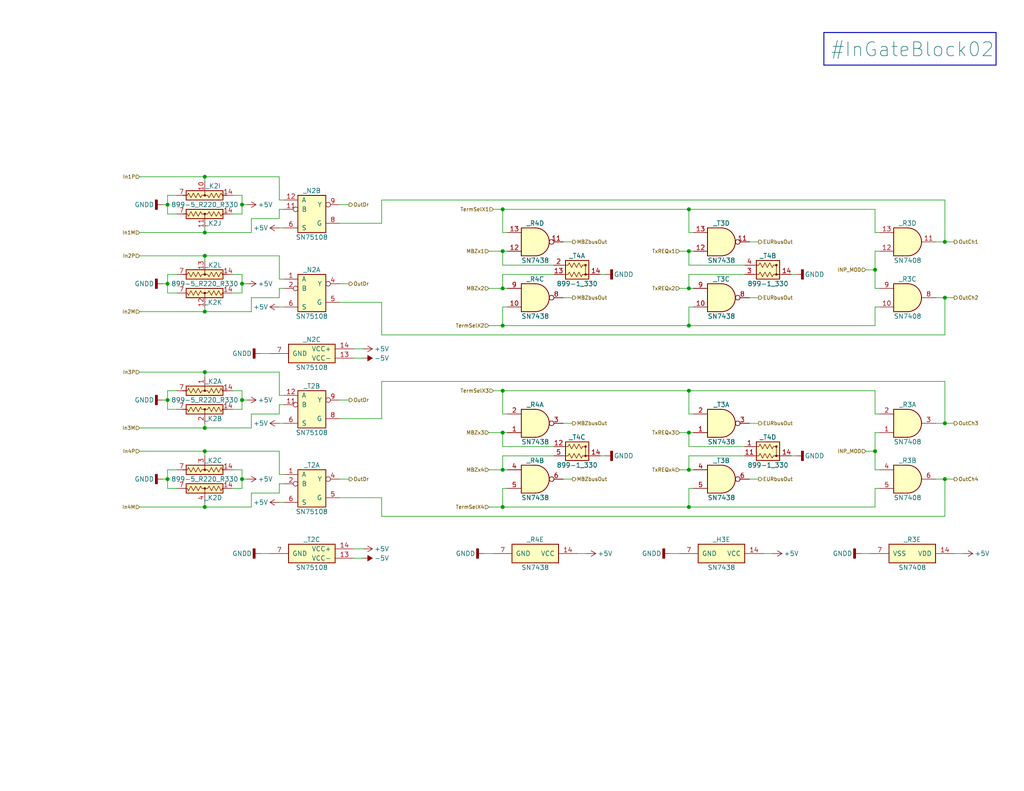
<source format=kicad_sch>
(kicad_sch (version 20230121) (generator eeschema)
  (paper "USLetter")
  (lib_symbols
    (symbol "local:899-1_330"
      (property "Reference" "RN" (at 0 3.81 0))
      (property "Value" "899-1_330" (at 0 -3.81 0))
      (symbol "899-1_330_0_1"
        (circle (center -2.286 -1.27) (radius 0.254) (fill (type outline)))
        (circle (center -2.286 1.27) (radius 0.254) (fill (type outline)))
        (polyline (pts (xy -3.81 -1.27) (xy -2.54 -1.27)))
        (polyline (pts (xy -1.524 -1.27) (xy -3.048 -1.27)))
        (polyline (pts (xy 3.81 -1.27) (xy 2.4892 -1.27)))
        (polyline (pts (xy 3.81 1.27) (xy 2.4892 1.27)))
        (polyline (pts (xy -2.286 -1.27) (xy -2.286 1.27) (xy -1.4732 1.27)))
        (polyline (pts (xy -1.4732 -1.27) (xy -1.143 -1.905) (xy -0.4826 -0.635) (xy 0.1778 -1.905) (xy 0.8382 -0.635) (xy 1.4986 -1.905) (xy 2.159 -0.635) (xy 2.4892 -1.27)))
        (polyline (pts (xy -1.4732 1.27) (xy -1.143 0.635) (xy -0.4826 1.905) (xy 0.1778 0.635) (xy 0.8382 1.905) (xy 1.4986 0.635) (xy 2.159 1.905) (xy 2.4892 1.27)))
        (rectangle (start 3.175 2.54) (end -3.175 -2.54) (stroke (width 0.254)) (fill (type background)))
        (pin passive line (at -6.35 -1.27 0) (length 2.54) (name "~") (number "14"))
      )
      (symbol "899-1_330_1_1"
        (pin passive line (at 6.35 -1.27 180) (length 2.54) (name "~") (number "13"))
        (pin passive line (at 6.35 1.27 180) (length 2.54) (name "~") (number "2"))
      )
      (symbol "899-1_330_2_1"
        (pin passive line (at 6.35 -1.27 180) (length 2.54) (name "~") (number "3"))
        (pin passive line (at 6.35 1.27 180) (length 2.54) (name "~") (number "4"))
      )
      (symbol "899-1_330_3_1"
        (pin passive line (at 6.35 1.27 180) (length 2.54) (name "~") (number "12"))
        (pin passive line (at 6.35 -1.27 180) (length 2.54) (name "~") (number "5"))
      )
      (symbol "899-1_330_4_1"
        (pin passive line (at 6.35 1.27 180) (length 2.54) (name "~") (number "1"))
        (pin passive line (at 6.35 -1.27 180) (length 2.54) (name "~") (number "11"))
      )
    )
    (symbol "local:899-5_R220_R330"
      (property "Reference" "RN" (at 2.286 2.54 0))
      (property "Value" "899-5_R220_R330" (at 0 -2.54 0))
      (symbol "899-5_R220_R330_0_1"
        (polyline (pts (xy -6.096 0) (xy -4.7752 0)))
        (polyline (pts (xy 6.096 0) (xy 4.7752 0)))
        (polyline (pts (xy -0.8128 0) (xy -1.143 -0.635) (xy -1.8034 0.635) (xy -2.4638 -0.635) (xy -3.1242 0.635) (xy -3.7846 -0.635) (xy -4.445 0.635) (xy -4.7752 0)))
        (polyline (pts (xy 0.8128 0) (xy 1.143 -0.635) (xy 1.8034 0.635) (xy 2.4638 -0.635) (xy 3.1242 0.635) (xy 3.7846 -0.635) (xy 4.445 0.635) (xy 4.7752 0)))
        (circle (center 0 0) (radius 0.254) (fill (type outline)))
        (rectangle (start 4.953 1.27) (end -5.08 -1.27) (stroke (width 0.254)) (fill (type background)))
        (pin passive line (at 7.62 0 180) (length 2.54) (name "~") (number "14"))
        (pin passive line (at -7.62 0 0) (length 2.54) (name "~") (number "7"))
      )
      (symbol "899-5_R220_R330_1_1"
        (polyline (pts (xy 0 0) (xy 0 1.27)))
        (polyline (pts (xy 0.762 0) (xy -0.762 0)))
        (pin passive line (at 0 3.81 270) (length 2.54) (name "~") (number "1"))
      )
      (symbol "899-5_R220_R330_2_1"
        (polyline (pts (xy 0 0) (xy 0 1.27)))
        (polyline (pts (xy 0.762 0) (xy -0.762 0)))
        (pin passive line (at 0 3.81 270) (length 2.54) (name "~") (number "2"))
      )
      (symbol "899-5_R220_R330_3_1"
        (polyline (pts (xy 0 0) (xy 0 1.27)))
        (polyline (pts (xy 0.762 0) (xy -0.762 0)))
        (pin passive line (at 0 3.81 270) (length 2.54) (name "~") (number "3"))
      )
      (symbol "899-5_R220_R330_4_1"
        (polyline (pts (xy 0 0) (xy 0 1.27)))
        (polyline (pts (xy 0.762 0) (xy -0.762 0)))
        (pin passive line (at 0 3.81 270) (length 2.54) (name "~") (number "4"))
      )
      (symbol "899-5_R220_R330_5_1"
        (polyline (pts (xy 0 0) (xy 0 1.27)))
        (polyline (pts (xy 0.762 0) (xy -0.762 0)))
        (pin passive line (at 0 3.81 270) (length 2.54) (name "~") (number "5"))
      )
      (symbol "899-5_R220_R330_6_1"
        (polyline (pts (xy 0 0) (xy 0 1.27)))
        (polyline (pts (xy 0.762 0) (xy -0.762 0)))
        (pin passive line (at 0 3.81 270) (length 2.54) (name "~") (number "6"))
      )
      (symbol "899-5_R220_R330_7_1"
        (polyline (pts (xy 0 0) (xy 0 1.27)))
        (polyline (pts (xy 0.762 0) (xy -0.762 0)))
        (pin passive line (at 0 3.81 270) (length 2.54) (name "~") (number "8"))
      )
      (symbol "899-5_R220_R330_8_1"
        (polyline (pts (xy 0 0) (xy 0 1.27)))
        (polyline (pts (xy 0.762 0) (xy -0.762 0)))
        (pin passive line (at 0 3.81 270) (length 2.54) (name "~") (number "9"))
      )
      (symbol "899-5_R220_R330_9_1"
        (polyline (pts (xy 0 0) (xy 0 1.27)))
        (polyline (pts (xy 0.762 0) (xy -0.762 0)))
        (pin passive line (at 0 3.81 270) (length 2.54) (name "~") (number "10"))
      )
      (symbol "899-5_R220_R330_10_1"
        (polyline (pts (xy 0 0) (xy 0 1.27)))
        (polyline (pts (xy 0.762 0) (xy -0.762 0)))
        (pin passive line (at 0 3.81 270) (length 2.54) (name "~") (number "11"))
      )
      (symbol "899-5_R220_R330_11_1"
        (polyline (pts (xy 0 0) (xy 0 1.27)))
        (polyline (pts (xy 0.762 0) (xy -0.762 0)))
        (pin passive line (at 0 3.81 270) (length 2.54) (name "~") (number "12"))
      )
      (symbol "899-5_R220_R330_12_1"
        (polyline (pts (xy 0 0) (xy 0 1.27)))
        (polyline (pts (xy 0.762 0) (xy -0.762 0)))
        (pin passive line (at 0 3.81 270) (length 2.54) (name "~") (number "13"))
      )
    )
    (symbol "local:SN7408" (pin_names (offset 1.016))
      (property "Reference" "U" (at 0 5.08 0))
      (property "Value" "SN7408" (at 0 -5.08 0))
      (symbol "SN7408_1_1"
        (arc (start 0 -3.81) (mid 3.7934 0) (end 0 3.81) (stroke (width 0.254)) (fill (type background)))
        (polyline (pts (xy 0 3.81) (xy -3.81 3.81) (xy -3.81 -3.81) (xy 0 -3.81)) (stroke (width 0.254)) (fill (type background)))
        (pin input line (at -7.62 -2.54 0) (length 3.81) (name "~") (number "1"))
        (pin input line (at -7.62 2.54 0) (length 3.81) (name "~") (number "2"))
        (pin output line (at 7.62 0 180) (length 3.81) (name "~") (number "3"))
      )
      (symbol "SN7408_2_1"
        (arc (start 0 -3.81) (mid 3.7934 0) (end 0 3.81) (stroke (width 0.254)) (fill (type background)))
        (polyline (pts (xy 0 3.81) (xy -3.81 3.81) (xy -3.81 -3.81) (xy 0 -3.81)) (stroke (width 0.254)) (fill (type background)))
        (pin input line (at -7.62 2.54 0) (length 3.81) (name "~") (number "4"))
        (pin input line (at -7.62 -2.54 0) (length 3.81) (name "~") (number "5"))
        (pin output line (at 7.62 0 180) (length 3.81) (name "~") (number "6"))
      )
      (symbol "SN7408_3_1"
        (arc (start 0 -3.81) (mid 3.7934 0) (end 0 3.81) (stroke (width 0.254)) (fill (type background)))
        (polyline (pts (xy 0 3.81) (xy -3.81 3.81) (xy -3.81 -3.81) (xy 0 -3.81)) (stroke (width 0.254)) (fill (type background)))
        (pin input line (at -7.62 -2.54 0) (length 3.81) (name "~") (number "10"))
        (pin output line (at 7.62 0 180) (length 3.81) (name "~") (number "8"))
        (pin input line (at -7.62 2.54 0) (length 3.81) (name "~") (number "9"))
      )
      (symbol "SN7408_4_1"
        (arc (start 0 -3.81) (mid 3.7934 0) (end 0 3.81) (stroke (width 0.254)) (fill (type background)))
        (polyline (pts (xy 0 3.81) (xy -3.81 3.81) (xy -3.81 -3.81) (xy 0 -3.81)) (stroke (width 0.254)) (fill (type background)))
        (pin output line (at 7.62 0 180) (length 3.81) (name "~") (number "11"))
        (pin input line (at -7.62 -2.54 0) (length 3.81) (name "~") (number "12"))
        (pin input line (at -7.62 2.54 0) (length 3.81) (name "~") (number "13"))
      )
      (symbol "SN7408_5_0"
        (pin power_in line (at 11.43 0 180) (length 5.08) (name "VDD") (number "14"))
        (pin power_in line (at -11.43 0 0) (length 5.08) (name "VSS") (number "7"))
      )
      (symbol "SN7408_5_1"
        (rectangle (start -6.35 -2.54) (end 6.35 2.54) (stroke (width 0.254)) (fill (type background)))
      )
    )
    (symbol "local:SN7438" (pin_names (offset 1.016))
      (property "Reference" "U" (at 0 5.08 0))
      (property "Value" "SN7438" (at 0 -5.08 0))
      (symbol "SN7438_1_1"
        (arc (start 0 -3.81) (mid 3.7934 0) (end 0 3.81) (stroke (width 0.254)) (fill (type background)))
        (polyline (pts (xy 0 3.81) (xy -3.81 3.81) (xy -3.81 -3.81) (xy 0 -3.81)) (stroke (width 0.254)) (fill (type background)))
        (pin input line (at -7.62 -2.54 0) (length 3.81) (name "~") (number "1"))
        (pin input line (at -7.62 2.54 0) (length 3.81) (name "~") (number "2"))
        (pin open_collector inverted (at 7.62 0 180) (length 3.81) (name "~") (number "3"))
      )
      (symbol "SN7438_2_1"
        (arc (start 0 -3.81) (mid 3.7934 0) (end 0 3.81) (stroke (width 0.254)) (fill (type background)))
        (polyline (pts (xy 0 3.81) (xy -3.81 3.81) (xy -3.81 -3.81) (xy 0 -3.81)) (stroke (width 0.254)) (fill (type background)))
        (pin input line (at -7.62 2.54 0) (length 3.81) (name "~") (number "4"))
        (pin input line (at -7.62 -2.54 0) (length 3.81) (name "~") (number "5"))
        (pin open_collector inverted (at 7.62 0 180) (length 3.81) (name "~") (number "6"))
      )
      (symbol "SN7438_3_1"
        (arc (start 0 -3.81) (mid 3.7934 0) (end 0 3.81) (stroke (width 0.254)) (fill (type background)))
        (polyline (pts (xy 0 3.81) (xy -3.81 3.81) (xy -3.81 -3.81) (xy 0 -3.81)) (stroke (width 0.254)) (fill (type background)))
        (pin input line (at -7.62 -2.54 0) (length 3.81) (name "~") (number "10"))
        (pin open_collector inverted (at 7.62 0 180) (length 3.81) (name "~") (number "8"))
        (pin input line (at -7.62 2.54 0) (length 3.81) (name "~") (number "9"))
      )
      (symbol "SN7438_4_1"
        (arc (start 0 -3.81) (mid 3.7934 0) (end 0 3.81) (stroke (width 0.254)) (fill (type background)))
        (polyline (pts (xy 0 3.81) (xy -3.81 3.81) (xy -3.81 -3.81) (xy 0 -3.81)) (stroke (width 0.254)) (fill (type background)))
        (pin open_collector inverted (at 7.62 0 180) (length 3.81) (name "~") (number "11"))
        (pin input line (at -7.62 -2.54 0) (length 3.81) (name "~") (number "12"))
        (pin input line (at -7.62 2.54 0) (length 3.81) (name "~") (number "13"))
      )
      (symbol "SN7438_5_0"
        (pin power_in line (at 11.43 0 180) (length 5.08) (name "VCC") (number "14"))
        (pin power_in line (at -11.43 0 0) (length 5.08) (name "GND") (number "7"))
      )
      (symbol "SN7438_5_1"
        (rectangle (start -6.35 -2.54) (end 6.35 2.54) (stroke (width 0.254)) (fill (type background)))
      )
    )
    (symbol "local:SN75108" (pin_names (offset 1.016))
      (property "Reference" "U" (at 0 6.35 0))
      (property "Value" "SN75108" (at 0 -6.35 0))
      (symbol "SN75108_1_1"
        (rectangle (start -3.81 5.08) (end 3.81 -5.08) (stroke (width 0.254)) (fill (type background)))
        (pin input line (at -7.62 3.81 0) (length 3.81) (name "A") (number "1"))
        (pin input inverted (at -7.62 1.27 0) (length 3.81) (name "B") (number "2"))
        (pin open_collector inverted (at 7.62 2.54 180) (length 3.81) (name "Y") (number "4"))
        (pin input line (at 7.62 -2.54 180) (length 3.81) (name "G") (number "5"))
        (pin input line (at -7.62 -3.81 0) (length 3.81) (name "S") (number "6"))
      )
      (symbol "SN75108_2_1"
        (rectangle (start -3.81 5.08) (end 3.81 -5.08) (stroke (width 0.254)) (fill (type background)))
        (pin input inverted (at -7.62 1.27 0) (length 3.81) (name "B") (number "11"))
        (pin input line (at -7.62 3.81 0) (length 3.81) (name "A") (number "12"))
        (pin input line (at -7.62 -3.81 0) (length 3.81) (name "S") (number "6"))
        (pin input line (at 7.62 -2.54 180) (length 3.81) (name "G") (number "8"))
        (pin open_collector inverted (at 7.62 2.54 180) (length 3.81) (name "Y") (number "9"))
      )
      (symbol "SN75108_3_1"
        (rectangle (start 6.35 2.54) (end -6.35 -2.54) (stroke (width 0.254)) (fill (type background)))
        (pin power_in line (at 11.43 -1.27 180) (length 5.08) (name "VCC-") (number "13"))
        (pin power_in line (at 11.43 1.27 180) (length 5.08) (name "VCC+") (number "14"))
        (pin power_in line (at -11.43 0 0) (length 5.08) (name "GND") (number "7"))
      )
    )
    (symbol "local:SheetName" (power) (pin_numbers hide) (pin_names (offset 0.254) hide)
      (property "Reference" "S" (at -1.016 0.508 0))
    )
    (symbol "power:+5V" (power) (pin_names (offset 0))
      (property "Value" "+5V" (at 0 3.556 0))
      (symbol "+5V_0_1"
        (polyline (pts (xy -0.762 1.27) (xy 0 2.54)))
        (polyline (pts (xy 0 0) (xy 0 2.54)))
        (polyline (pts (xy 0 2.54) (xy 0.762 1.27)))
      )
      (symbol "+5V_1_1"
        (pin power_in line (at 0 0 90) (length 0) hide (name "+5V") (number "1"))
      )
    )
    (symbol "power:-5V" (power) (pin_names (offset 0))
      (property "Value" "-5V" (at 0 3.81 0))
      (symbol "-5V_0_0"
        (pin power_in line (at 0 0 90) (length 0) hide (name "-5V") (number "1"))
      )
      (symbol "-5V_0_1"
        (polyline (pts (xy 0 0) (xy 0 1.27) (xy 0.762 1.27) (xy 0 2.54) (xy -0.762 1.27) (xy 0 1.27)) (fill (type outline)))
      )
    )
    (symbol "power:GNDD" (power) (pin_names (offset 0))
      (property "Value" "GNDD" (at 0 -3.175 0))
      (symbol "GNDD_0_1"
        (rectangle (start -1.27 -1.524) (end 1.27 -2.032) (stroke (width 0.254)) (fill (type outline)))
        (polyline (pts (xy 0 0) (xy 0 -1.524)))
      )
      (symbol "GNDD_1_1"
        (pin power_in line (at 0 0 270) (length 0) hide (name "GNDD") (number "1"))
      )
    )
  )
  (junction (at 137.16 78.74))
  (junction (at 55.88 138.43))
  (junction (at 45.72 109.22))
  (junction (at 55.88 101.6))
  (junction (at 137.16 118.11))
  (junction (at 137.16 68.58))
  (junction (at 187.96 68.58))
  (junction (at 238.76 73.66))
  (junction (at 55.88 48.26))
  (junction (at 187.96 118.11))
  (junction (at 137.16 128.27))
  (junction (at 66.04 77.47))
  (junction (at 45.72 55.88))
  (junction (at 257.81 81.28))
  (junction (at 238.76 123.19))
  (junction (at 187.96 88.9))
  (junction (at 257.81 115.57))
  (junction (at 45.72 130.81))
  (junction (at 257.81 130.81))
  (junction (at 66.04 109.22))
  (junction (at 55.88 63.5))
  (junction (at 187.96 106.68))
  (junction (at 45.72 77.47))
  (junction (at 66.04 130.81))
  (junction (at 187.96 78.74))
  (junction (at 257.81 66.04))
  (junction (at 55.88 123.19))
  (junction (at 137.16 88.9))
  (junction (at 66.04 55.88))
  (junction (at 137.16 106.68))
  (junction (at 137.16 57.15))
  (junction (at 137.16 138.43))
  (junction (at 187.96 128.27))
  (junction (at 55.88 69.85))
  (junction (at 55.88 85.09))
  (junction (at 187.96 57.15))
  (junction (at 187.96 138.43))
  (junction (at 55.88 116.84))
  (wire (pts (xy 157.48 151.13) (xy 160.02 151.13)))
  (wire (pts (xy 257.81 91.44) (xy 104.14 91.44)))
  (wire (pts (xy 182.88 151.13) (xy 185.42 151.13)))
  (polyline (pts (xy 271.78 17.78) (xy 271.78 8.89)) (stroke (width 0.254) (type solid)))
  (wire (pts (xy 76.2 57.15) (xy 76.2 59.69)))
  (wire (pts (xy 55.88 137.16) (xy 55.88 138.43)))
  (wire (pts (xy 185.42 118.11) (xy 187.96 118.11)))
  (wire (pts (xy 260.35 81.28) (xy 257.81 81.28)))
  (wire (pts (xy 76.2 54.61) (xy 76.2 48.26)))
  (wire (pts (xy 238.76 73.66) (xy 238.76 78.74)))
  (wire (pts (xy 76.2 59.69) (xy 68.58 59.69)))
  (wire (pts (xy 68.58 59.69) (xy 68.58 63.5)))
  (wire (pts (xy 203.2 72.39) (xy 187.96 72.39)))
  (wire (pts (xy 208.28 151.13) (xy 210.82 151.13)))
  (wire (pts (xy 48.26 128.27) (xy 45.72 128.27)))
  (wire (pts (xy 203.2 74.93) (xy 187.96 74.93)))
  (wire (pts (xy 187.96 88.9) (xy 238.76 88.9)))
  (wire (pts (xy 96.52 95.25) (xy 99.06 95.25)))
  (wire (pts (xy 76.2 110.49) (xy 76.2 113.03)))
  (wire (pts (xy 66.04 80.01) (xy 63.5 80.01)))
  (wire (pts (xy 238.76 133.35) (xy 240.03 133.35)))
  (wire (pts (xy 151.13 72.39) (xy 137.16 72.39)))
  (wire (pts (xy 96.52 149.86) (xy 99.06 149.86)))
  (wire (pts (xy 66.04 77.47) (xy 66.04 80.01)))
  (wire (pts (xy 137.16 128.27) (xy 138.43 128.27)))
  (wire (pts (xy 137.16 72.39) (xy 137.16 68.58)))
  (wire (pts (xy 238.76 138.43) (xy 238.76 133.35)))
  (wire (pts (xy 257.81 140.97) (xy 104.14 140.97)))
  (wire (pts (xy 238.76 68.58) (xy 238.76 73.66)))
  (wire (pts (xy 66.04 130.81) (xy 66.04 133.35)))
  (wire (pts (xy 76.2 107.95) (xy 76.2 101.6)))
  (wire (pts (xy 151.13 74.93) (xy 137.16 74.93)))
  (wire (pts (xy 133.35 118.11) (xy 137.16 118.11)))
  (polyline (pts (xy 271.78 8.89) (xy 224.79 8.89)))
  (wire (pts (xy 48.26 106.68) (xy 45.72 106.68)))
  (wire (pts (xy 45.72 55.88) (xy 45.72 58.42)))
  (wire (pts (xy 238.76 68.58) (xy 240.03 68.58)))
  (wire (pts (xy 238.76 88.9) (xy 238.76 83.82)))
  (wire (pts (xy 55.88 101.6) (xy 38.1 101.6)))
  (wire (pts (xy 238.76 113.03) (xy 238.76 106.68)))
  (wire (pts (xy 132.08 151.13) (xy 134.62 151.13)))
  (wire (pts (xy 255.27 115.57) (xy 257.81 115.57)))
  (wire (pts (xy 99.06 152.4) (xy 96.52 152.4)))
  (wire (pts (xy 238.76 57.15) (xy 187.96 57.15)))
  (wire (pts (xy 66.04 111.76) (xy 63.5 111.76)))
  (wire (pts (xy 137.16 106.68) (xy 134.62 106.68)))
  (wire (pts (xy 104.14 82.55) (xy 92.71 82.55)))
  (wire (pts (xy 92.71 109.22) (xy 95.25 109.22)))
  (wire (pts (xy 187.96 138.43) (xy 238.76 138.43)))
  (wire (pts (xy 66.04 128.27) (xy 66.04 130.81)))
  (wire (pts (xy 67.31 55.88) (xy 66.04 55.88)))
  (wire (pts (xy 234.95 151.13) (xy 237.49 151.13)))
  (wire (pts (xy 104.14 91.44) (xy 104.14 82.55)))
  (wire (pts (xy 137.16 113.03) (xy 137.16 106.68)))
  (wire (pts (xy 151.13 124.46) (xy 137.16 124.46)))
  (wire (pts (xy 45.72 53.34) (xy 45.72 55.88)))
  (wire (pts (xy 217.17 74.93) (xy 215.9 74.93)))
  (wire (pts (xy 257.81 54.61) (xy 104.14 54.61)))
  (wire (pts (xy 76.2 134.62) (xy 68.58 134.62)))
  (wire (pts (xy 137.16 138.43) (xy 187.96 138.43)))
  (wire (pts (xy 67.31 77.47) (xy 66.04 77.47)))
  (wire (pts (xy 76.2 76.2) (xy 76.2 69.85)))
  (wire (pts (xy 156.21 81.28) (xy 153.67 81.28)))
  (wire (pts (xy 48.26 53.34) (xy 45.72 53.34)))
  (wire (pts (xy 236.22 73.66) (xy 238.76 73.66)))
  (wire (pts (xy 255.27 81.28) (xy 257.81 81.28)))
  (wire (pts (xy 255.27 130.81) (xy 257.81 130.81)))
  (wire (pts (xy 187.96 124.46) (xy 187.96 128.27)))
  (wire (pts (xy 68.58 116.84) (xy 55.88 116.84)))
  (wire (pts (xy 45.72 130.81) (xy 45.72 133.35)))
  (polyline (pts (xy 224.79 8.89) (xy 224.79 17.78)) (stroke (width 0.254) (type solid)))
  (wire (pts (xy 55.88 123.19) (xy 38.1 123.19)))
  (wire (pts (xy 55.88 63.5) (xy 38.1 63.5)))
  (wire (pts (xy 187.96 113.03) (xy 187.96 106.68)))
  (wire (pts (xy 189.23 133.35) (xy 187.96 133.35)))
  (wire (pts (xy 45.72 128.27) (xy 45.72 130.81)))
  (wire (pts (xy 185.42 68.58) (xy 187.96 68.58)))
  (wire (pts (xy 137.16 63.5) (xy 137.16 57.15)))
  (wire (pts (xy 55.88 138.43) (xy 38.1 138.43)))
  (wire (pts (xy 55.88 116.84) (xy 38.1 116.84)))
  (wire (pts (xy 55.88 115.57) (xy 55.88 116.84)))
  (wire (pts (xy 138.43 83.82) (xy 137.16 83.82)))
  (wire (pts (xy 104.14 135.89) (xy 92.71 135.89)))
  (wire (pts (xy 189.23 63.5) (xy 187.96 63.5)))
  (wire (pts (xy 55.88 49.53) (xy 55.88 48.26)))
  (wire (pts (xy 45.72 111.76) (xy 48.26 111.76)))
  (wire (pts (xy 257.81 81.28) (xy 257.81 91.44)))
  (wire (pts (xy 66.04 58.42) (xy 63.5 58.42)))
  (wire (pts (xy 55.88 124.46) (xy 55.88 123.19)))
  (wire (pts (xy 76.2 78.74) (xy 76.2 81.28)))
  (wire (pts (xy 76.2 132.08) (xy 76.2 134.62)))
  (wire (pts (xy 189.23 113.03) (xy 187.96 113.03)))
  (wire (pts (xy 63.5 128.27) (xy 66.04 128.27)))
  (wire (pts (xy 63.5 53.34) (xy 66.04 53.34)))
  (wire (pts (xy 207.01 66.04) (xy 204.47 66.04)))
  (wire (pts (xy 137.16 121.92) (xy 137.16 118.11)))
  (wire (pts (xy 187.96 133.35) (xy 187.96 138.43)))
  (wire (pts (xy 66.04 55.88) (xy 66.04 58.42)))
  (wire (pts (xy 236.22 123.19) (xy 238.76 123.19)))
  (wire (pts (xy 187.96 57.15) (xy 137.16 57.15)))
  (wire (pts (xy 55.88 71.12) (xy 55.88 69.85)))
  (wire (pts (xy 77.47 129.54) (xy 76.2 129.54)))
  (wire (pts (xy 55.88 48.26) (xy 38.1 48.26)))
  (wire (pts (xy 138.43 133.35) (xy 137.16 133.35)))
  (wire (pts (xy 187.96 128.27) (xy 189.23 128.27)))
  (wire (pts (xy 45.72 80.01) (xy 48.26 80.01)))
  (wire (pts (xy 45.72 109.22) (xy 45.72 111.76)))
  (wire (pts (xy 45.72 77.47) (xy 45.72 80.01)))
  (polyline (pts (xy 224.79 17.78) (xy 271.78 17.78)) (stroke (width 0.254) (type solid)))
  (wire (pts (xy 257.81 104.14) (xy 104.14 104.14)))
  (wire (pts (xy 99.06 97.79) (xy 96.52 97.79)))
  (wire (pts (xy 137.16 68.58) (xy 138.43 68.58)))
  (wire (pts (xy 137.16 83.82) (xy 137.16 88.9)))
  (wire (pts (xy 165.1 74.93) (xy 163.83 74.93)))
  (wire (pts (xy 76.2 137.16) (xy 77.47 137.16)))
  (wire (pts (xy 187.96 63.5) (xy 187.96 57.15)))
  (wire (pts (xy 76.2 113.03) (xy 68.58 113.03)))
  (wire (pts (xy 77.47 110.49) (xy 76.2 110.49)))
  (wire (pts (xy 238.76 123.19) (xy 238.76 128.27)))
  (wire (pts (xy 187.96 74.93) (xy 187.96 78.74)))
  (wire (pts (xy 67.31 130.81) (xy 66.04 130.81)))
  (wire (pts (xy 207.01 130.81) (xy 204.47 130.81)))
  (wire (pts (xy 76.2 123.19) (xy 55.88 123.19)))
  (wire (pts (xy 137.16 78.74) (xy 138.43 78.74)))
  (wire (pts (xy 77.47 132.08) (xy 76.2 132.08)))
  (wire (pts (xy 104.14 114.3) (xy 92.71 114.3)))
  (wire (pts (xy 71.12 96.52) (xy 73.66 96.52)))
  (wire (pts (xy 156.21 130.81) (xy 153.67 130.81)))
  (wire (pts (xy 240.03 113.03) (xy 238.76 113.03)))
  (wire (pts (xy 104.14 54.61) (xy 104.14 60.96)))
  (wire (pts (xy 55.88 83.82) (xy 55.88 85.09)))
  (wire (pts (xy 92.71 77.47) (xy 95.25 77.47)))
  (wire (pts (xy 189.23 83.82) (xy 187.96 83.82)))
  (wire (pts (xy 63.5 106.68) (xy 66.04 106.68)))
  (wire (pts (xy 260.35 115.57) (xy 257.81 115.57)))
  (wire (pts (xy 48.26 74.93) (xy 45.72 74.93)))
  (wire (pts (xy 238.76 118.11) (xy 238.76 123.19)))
  (wire (pts (xy 207.01 81.28) (xy 204.47 81.28)))
  (wire (pts (xy 44.45 77.47) (xy 45.72 77.47)))
  (wire (pts (xy 217.17 124.46) (xy 215.9 124.46)))
  (wire (pts (xy 77.47 54.61) (xy 76.2 54.61)))
  (wire (pts (xy 187.96 106.68) (xy 137.16 106.68)))
  (wire (pts (xy 45.72 58.42) (xy 48.26 58.42)))
  (wire (pts (xy 185.42 78.74) (xy 187.96 78.74)))
  (wire (pts (xy 76.2 101.6) (xy 55.88 101.6)))
  (wire (pts (xy 133.35 68.58) (xy 137.16 68.58)))
  (wire (pts (xy 138.43 63.5) (xy 137.16 63.5)))
  (wire (pts (xy 260.35 130.81) (xy 257.81 130.81)))
  (wire (pts (xy 68.58 138.43) (xy 55.88 138.43)))
  (wire (pts (xy 77.47 76.2) (xy 76.2 76.2)))
  (wire (pts (xy 68.58 81.28) (xy 68.58 85.09)))
  (wire (pts (xy 66.04 53.34) (xy 66.04 55.88)))
  (wire (pts (xy 92.71 55.88) (xy 95.25 55.88)))
  (wire (pts (xy 238.76 106.68) (xy 187.96 106.68)))
  (wire (pts (xy 76.2 115.57) (xy 77.47 115.57)))
  (wire (pts (xy 77.47 107.95) (xy 76.2 107.95)))
  (wire (pts (xy 185.42 128.27) (xy 187.96 128.27)))
  (wire (pts (xy 137.16 118.11) (xy 138.43 118.11)))
  (wire (pts (xy 68.58 85.09) (xy 55.88 85.09)))
  (wire (pts (xy 44.45 55.88) (xy 45.72 55.88)))
  (wire (pts (xy 203.2 124.46) (xy 187.96 124.46)))
  (wire (pts (xy 238.76 63.5) (xy 238.76 57.15)))
  (wire (pts (xy 55.88 62.23) (xy 55.88 63.5)))
  (wire (pts (xy 151.13 121.92) (xy 137.16 121.92)))
  (wire (pts (xy 133.35 138.43) (xy 137.16 138.43)))
  (wire (pts (xy 55.88 69.85) (xy 38.1 69.85)))
  (wire (pts (xy 76.2 48.26) (xy 55.88 48.26)))
  (wire (pts (xy 156.21 66.04) (xy 153.67 66.04)))
  (wire (pts (xy 260.35 66.04) (xy 257.81 66.04)))
  (wire (pts (xy 76.2 81.28) (xy 68.58 81.28)))
  (wire (pts (xy 240.03 63.5) (xy 238.76 63.5)))
  (wire (pts (xy 55.88 85.09) (xy 38.1 85.09)))
  (polyline (pts (xy 271.78 8.89) (xy 224.79 8.89)) (stroke (width 0.254) (type solid)))
  (wire (pts (xy 257.81 115.57) (xy 257.81 104.14)))
  (wire (pts (xy 238.76 118.11) (xy 240.03 118.11)))
  (wire (pts (xy 104.14 104.14) (xy 104.14 114.3)))
  (wire (pts (xy 66.04 109.22) (xy 66.04 111.76)))
  (wire (pts (xy 137.16 57.15) (xy 134.62 57.15)))
  (wire (pts (xy 44.45 109.22) (xy 45.72 109.22)))
  (wire (pts (xy 240.03 78.74) (xy 238.76 78.74)))
  (wire (pts (xy 238.76 83.82) (xy 240.03 83.82)))
  (wire (pts (xy 76.2 62.23) (xy 77.47 62.23)))
  (wire (pts (xy 45.72 106.68) (xy 45.72 109.22)))
  (wire (pts (xy 187.96 118.11) (xy 189.23 118.11)))
  (wire (pts (xy 137.16 74.93) (xy 137.16 78.74)))
  (wire (pts (xy 76.2 129.54) (xy 76.2 123.19)))
  (wire (pts (xy 255.27 66.04) (xy 257.81 66.04)))
  (wire (pts (xy 68.58 134.62) (xy 68.58 138.43)))
  (wire (pts (xy 77.47 57.15) (xy 76.2 57.15)))
  (wire (pts (xy 257.81 66.04) (xy 257.81 54.61)))
  (wire (pts (xy 203.2 121.92) (xy 187.96 121.92)))
  (wire (pts (xy 133.35 78.74) (xy 137.16 78.74)))
  (wire (pts (xy 240.03 128.27) (xy 238.76 128.27)))
  (wire (pts (xy 45.72 133.35) (xy 48.26 133.35)))
  (wire (pts (xy 137.16 88.9) (xy 187.96 88.9)))
  (wire (pts (xy 67.31 109.22) (xy 66.04 109.22)))
  (wire (pts (xy 187.96 83.82) (xy 187.96 88.9)))
  (wire (pts (xy 44.45 130.81) (xy 45.72 130.81)))
  (wire (pts (xy 187.96 121.92) (xy 187.96 118.11)))
  (wire (pts (xy 133.35 88.9) (xy 137.16 88.9)))
  (wire (pts (xy 104.14 60.96) (xy 92.71 60.96)))
  (wire (pts (xy 138.43 113.03) (xy 137.16 113.03)))
  (wire (pts (xy 104.14 140.97) (xy 104.14 135.89)))
  (wire (pts (xy 55.88 102.87) (xy 55.88 101.6)))
  (wire (pts (xy 187.96 78.74) (xy 189.23 78.74)))
  (wire (pts (xy 165.1 124.46) (xy 163.83 124.46)))
  (wire (pts (xy 187.96 68.58) (xy 189.23 68.58)))
  (wire (pts (xy 137.16 133.35) (xy 137.16 138.43)))
  (wire (pts (xy 260.35 151.13) (xy 262.89 151.13)))
  (wire (pts (xy 68.58 63.5) (xy 55.88 63.5)))
  (wire (pts (xy 66.04 74.93) (xy 66.04 77.47)))
  (wire (pts (xy 207.01 115.57) (xy 204.47 115.57)))
  (wire (pts (xy 68.58 113.03) (xy 68.58 116.84)))
  (wire (pts (xy 76.2 69.85) (xy 55.88 69.85)))
  (wire (pts (xy 137.16 124.46) (xy 137.16 128.27)))
  (wire (pts (xy 156.21 115.57) (xy 153.67 115.57)))
  (wire (pts (xy 92.71 130.81) (xy 95.25 130.81)))
  (wire (pts (xy 77.47 78.74) (xy 76.2 78.74)))
  (wire (pts (xy 45.72 74.93) (xy 45.72 77.47)))
  (wire (pts (xy 66.04 133.35) (xy 63.5 133.35)))
  (wire (pts (xy 66.04 106.68) (xy 66.04 109.22)))
  (wire (pts (xy 133.35 128.27) (xy 137.16 128.27)))
  (wire (pts (xy 63.5 74.93) (xy 66.04 74.93)))
  (wire (pts (xy 71.12 151.13) (xy 73.66 151.13)))
  (wire (pts (xy 187.96 72.39) (xy 187.96 68.58)))
  (wire (pts (xy 76.2 83.82) (xy 77.47 83.82)))
  (wire (pts (xy 257.81 130.81) (xy 257.81 140.97)))
  (hierarchical_label "MBZx4" (shape input) (at 133.35 128.27 180) (effects (font (size 0.9906 0.9906))))
  (hierarchical_label "EURbusOut" (shape output) (at 207.01 115.57 0) (effects (font (size 0.9906 0.9906))))
  (hierarchical_label "In1P" (shape input) (at 38.1 48.26 180) (effects (font (size 0.9906 0.9906))))
  (hierarchical_label "MBZbusOut" (shape output) (at 156.21 130.81 0) (effects (font (size 0.9906 0.9906))))
  (hierarchical_label "EURbusOut" (shape output) (at 207.01 130.81 0) (effects (font (size 0.9906 0.9906))))
  (hierarchical_label "In4P" (shape input) (at 38.1 123.19 180) (effects (font (size 0.9906 0.9906))))
  (hierarchical_label "In3P" (shape input) (at 38.1 101.6 180) (effects (font (size 0.9906 0.9906))))
  (hierarchical_label "MBZx2" (shape input) (at 133.35 78.74 180) (effects (font (size 0.9906 0.9906))))
  (hierarchical_label "TxREQx1" (shape input) (at 185.42 68.58 180) (effects (font (size 0.9906 0.9906))))
  (hierarchical_label "INP_MOD" (shape input) (at 236.22 73.66 180) (effects (font (size 0.9906 0.9906))))
  (hierarchical_label "TxREQx3" (shape input) (at 185.42 118.11 180) (effects (font (size 0.9906 0.9906))))
  (hierarchical_label "In3M" (shape input) (at 38.1 116.84 180) (effects (font (size 0.9906 0.9906))))
  (hierarchical_label "TermSelX4" (shape input) (at 133.35 138.43 180) (effects (font (size 0.9906 0.9906))))
  (hierarchical_label "In2P" (shape input) (at 38.1 69.85 180) (effects (font (size 0.9906 0.9906))))
  (hierarchical_label "OutCh2" (shape output) (at 260.35 81.28 0) (effects (font (size 0.9906 0.9906))))
  (hierarchical_label "In1M" (shape input) (at 38.1 63.5 180) (effects (font (size 0.9906 0.9906))))
  (hierarchical_label "In4M" (shape input) (at 38.1 138.43 180) (effects (font (size 0.9906 0.9906))))
  (hierarchical_label "OutDr" (shape output) (at 95.25 109.22 0) (effects (font (size 0.9906 0.9906))))
  (hierarchical_label "OutDr" (shape output) (at 95.25 130.81 0) (effects (font (size 0.9906 0.9906))))
  (hierarchical_label "MBZbusOut" (shape output) (at 156.21 115.57 0) (effects (font (size 0.9906 0.9906))))
  (hierarchical_label "MBZbusOut" (shape output) (at 156.21 66.04 0) (effects (font (size 0.9906 0.9906))))
  (hierarchical_label "OutDr" (shape output) (at 95.25 55.88 0) (effects (font (size 0.9906 0.9906))))
  (hierarchical_label "OutDr" (shape output) (at 95.25 77.47 0) (effects (font (size 0.9906 0.9906))))
  (hierarchical_label "TxREQx4" (shape input) (at 185.42 128.27 180) (effects (font (size 0.9906 0.9906))))
  (hierarchical_label "MBZbusOut" (shape output) (at 156.21 81.28 0) (effects (font (size 0.9906 0.9906))))
  (hierarchical_label "TermSelX3" (shape input) (at 134.62 106.68 180) (effects (font (size 0.9906 0.9906))))
  (hierarchical_label "MBZx3" (shape input) (at 133.35 118.11 180) (effects (font (size 0.9906 0.9906))))
  (hierarchical_label "INP_MOD" (shape input) (at 236.22 123.19 180) (effects (font (size 0.9906 0.9906))))
  (hierarchical_label "EURbusOut" (shape output) (at 207.01 81.28 0) (effects (font (size 0.9906 0.9906))))
  (hierarchical_label "OutCh3" (shape output) (at 260.35 115.57 0) (effects (font (size 0.9906 0.9906))))
  (hierarchical_label "TermSelX1" (shape input) (at 134.62 57.15 180) (effects (font (size 0.9906 0.9906))))
  (hierarchical_label "EURbusOut" (shape output) (at 207.01 66.04 0) (effects (font (size 0.9906 0.9906))))
  (hierarchical_label "OutCh1" (shape output) (at 260.35 66.04 0) (effects (font (size 0.9906 0.9906))))
  (hierarchical_label "TermSelX2" (shape input) (at 133.35 88.9 180) (effects (font (size 0.9906 0.9906))))
  (hierarchical_label "MBZx1" (shape input) (at 133.35 68.58 180) (effects (font (size 0.9906 0.9906))))
  (hierarchical_label "In2M" (shape input) (at 38.1 85.09 180) (effects (font (size 0.9906 0.9906))))
  (hierarchical_label "OutCh4" (shape output) (at 260.35 130.81 0) (effects (font (size 0.9906 0.9906))))
  (hierarchical_label "TxREQx2" (shape input) (at 185.42 78.74 180) (effects (font (size 0.9906 0.9906))))
  (symbol (lib_id "local:SN75108") (at 85.09 80.01 0) (unit 1)
    (property "Reference" "_N2" (at 85.09 73.66 0))
    (property "Value" "SN75108" (at 85.09 86.36 0))
    (property "Footprint" "local:DIP-14_W7.62mm" (effects hide))
    (instances (project "HexPerTerminal" (path "" (reference "_N2") (unit 1)) (path "" (reference "_E2") (unit 1)) (path "" (reference "_V2") (unit 1)) (path "" (reference "_H2") (unit 1))))
  )
  (symbol (lib_id "local:SN75108") (at 85.09 58.42 0) (unit 2)
    (property "Reference" "_N2" (at 85.09 52.07 0))
    (property "Value" "SN75108" (at 85.09 64.77 0))
    (property "Footprint" "local:DIP-14_W7.62mm" (effects hide))
    (instances (project "HexPerTerminal" (path "" (reference "_N2") (unit 2)) (path "" (reference "_E2") (unit 2)) (path "" (reference "_V2") (unit 2)) (path "" (reference "_H2") (unit 2))))
  )
  (symbol (lib_id "local:SN75108") (at 85.09 96.52 0) (unit 3)
    (property "Reference" "_N2" (at 85.09 92.71 0))
    (property "Value" "SN75108" (at 85.09 100.33 0))
    (property "Footprint" "local:DIP-14_W7.62mm" (effects hide))
    (instances (project "HexPerTerminal" (path "" (reference "_N2") (unit 3)) (path "" (reference "_E2") (unit 3)) (path "" (reference "_V2") (unit 3)) (path "" (reference "_H2") (unit 3))))
  )
  (symbol (lib_id "power:GNDD") (at 71.12 96.52 270) (unit 1)
    (property "Reference" "#PWR090" (effects hide))
    (property "Value" "GNDD" (at 66.04 96.52 90))
    (instances (project "HexPerTerminal" (path "" (reference "#PWR090") (unit 1)) (path "" (reference "#PWR034") (unit 1)) (path "" (reference "#PWR0118") (unit 1)) (path "" (reference "#PWR062") (unit 1))))
  )
  (symbol (lib_id "power:+5V") (at 99.06 95.25 270) (unit 1)
    (property "Reference" "#PWR096" (effects hide))
    (property "Value" "+5V" (at 104.14 95.25 90))
    (instances (project "HexPerTerminal" (path "" (reference "#PWR096") (unit 1)) (path "" (reference "#PWR040") (unit 1)) (path "" (reference "#PWR0124") (unit 1)) (path "" (reference "#PWR068") (unit 1))))
  )
  (symbol (lib_id "power:-5V") (at 99.06 97.79 270) (unit 1)
    (property "Reference" "#PWR097" (effects hide))
    (property "Value" "-5V" (at 104.14 97.79 90))
    (instances (project "HexPerTerminal" (path "" (reference "#PWR097") (unit 1)) (path "" (reference "#PWR041") (unit 1)) (path "" (reference "#PWR0125") (unit 1)) (path "" (reference "#PWR069") (unit 1))))
  )
  (symbol (lib_id "power:+5V") (at 76.2 83.82 90) (unit 1)
    (property "Reference" "#PWR093" (effects hide))
    (property "Value" "+5V" (at 71.12 83.82 90))
    (instances (project "HexPerTerminal" (path "" (reference "#PWR093") (unit 1)) (path "" (reference "#PWR037") (unit 1)) (path "" (reference "#PWR0121") (unit 1)) (path "" (reference "#PWR065") (unit 1))))
  )
  (symbol (lib_id "power:+5V") (at 76.2 62.23 90) (unit 1)
    (property "Reference" "#PWR092" (effects hide))
    (property "Value" "+5V" (at 71.12 62.23 90))
    (instances (project "HexPerTerminal" (path "" (reference "#PWR092") (unit 1)) (path "" (reference "#PWR036") (unit 1)) (path "" (reference "#PWR0120") (unit 1)) (path "" (reference "#PWR064") (unit 1))))
  )
  (symbol (lib_id "local:899-1_330") (at 157.48 73.66 0) (mirror y) (unit 1)
    (property "Reference" "_T4" (at 157.48 69.85 0))
    (property "Value" "899-1_330" (at 157.48 77.47 0))
    (property "Footprint" "local:DIP-14_W7.62mm" (effects hide))
    (instances (project "HexPerTerminal" (path "" (reference "_T4") (unit 1)) (path "" (reference "_A3") (unit 1)) (path "" (reference "_X4") (unit 1)) (path "" (reference "_H4") (unit 1))))
  )
  (symbol (lib_id "local:899-1_330") (at 209.55 73.66 0) (mirror y) (unit 2)
    (property "Reference" "_T4" (at 209.55 69.85 0))
    (property "Value" "899-1_330" (at 209.55 77.47 0))
    (property "Footprint" "local:DIP-14_W7.62mm" (effects hide))
    (instances (project "HexPerTerminal" (path "" (reference "_T4") (unit 2)) (path "" (reference "_A3") (unit 2)) (path "" (reference "_X4") (unit 2)) (path "" (reference "_H4") (unit 2))))
  )
  (symbol (lib_id "local:899-1_330") (at 157.48 123.19 0) (mirror y) (unit 3)
    (property "Reference" "_T4" (at 157.48 119.38 0))
    (property "Value" "899-1_330" (at 157.48 127 0))
    (property "Footprint" "local:DIP-14_W7.62mm" (effects hide))
    (instances (project "HexPerTerminal" (path "" (reference "_T4") (unit 3)) (path "" (reference "_A3") (unit 3)) (path "" (reference "_X4") (unit 3)) (path "" (reference "_H4") (unit 3))))
  )
  (symbol (lib_id "local:899-1_330") (at 209.55 123.19 0) (mirror y) (unit 4)
    (property "Reference" "_T4" (at 209.55 119.38 0))
    (property "Value" "899-1_330" (at 209.55 127 0))
    (property "Footprint" "local:DIP-14_W7.62mm" (effects hide))
    (instances (project "HexPerTerminal" (path "" (reference "_T4") (unit 4)) (path "" (reference "_A3") (unit 4)) (path "" (reference "_X4") (unit 4)) (path "" (reference "_H4") (unit 4))))
  )
  (symbol (lib_id "power:GNDD") (at 165.1 74.93 90) (mirror x) (unit 1)
    (property "Reference" "#PWR0102" (effects hide))
    (property "Value" "GNDD" (at 170.18 74.93 90))
    (instances (project "HexPerTerminal" (path "" (reference "#PWR0102") (unit 1)) (path "" (reference "#PWR046") (unit 1)) (path "" (reference "#PWR0130") (unit 1)) (path "" (reference "#PWR074") (unit 1))))
  )
  (symbol (lib_id "power:GNDD") (at 217.17 74.93 90) (mirror x) (unit 1)
    (property "Reference" "#PWR0106" (effects hide))
    (property "Value" "GNDD" (at 222.25 74.93 90))
    (instances (project "HexPerTerminal" (path "" (reference "#PWR0106") (unit 1)) (path "" (reference "#PWR050") (unit 1)) (path "" (reference "#PWR0134") (unit 1)) (path "" (reference "#PWR078") (unit 1))))
  )
  (symbol (lib_id "local:SN7438") (at 146.05 66.04 0) (unit 4)
    (property "Reference" "_R4" (at 146.05 60.96 0))
    (property "Value" "SN7438" (at 146.05 71.12 0))
    (property "Footprint" "local:DIP-14_W7.62mm" (effects hide))
    (property "Datasheet" "http://www.ti.com/lit/gpn/sn74LS38" (effects hide))
    (instances (project "HexPerTerminal" (path "" (reference "_R4") (unit 4)) (path "" (reference "_C4") (unit 4)) (path "" (reference "_Z4") (unit 4)) (path "" (reference "_K3") (unit 4))))
  )
  (symbol (lib_id "local:SN7438") (at 146.05 81.28 0) (unit 3)
    (property "Reference" "_R4" (at 146.05 76.2 0))
    (property "Value" "SN7438" (at 146.05 86.36 0))
    (property "Footprint" "local:DIP-14_W7.62mm" (effects hide))
    (property "Datasheet" "http://www.ti.com/lit/gpn/sn74LS38" (effects hide))
    (instances (project "HexPerTerminal" (path "" (reference "_R4") (unit 3)) (path "" (reference "_C4") (unit 3)) (path "" (reference "_Z4") (unit 3)) (path "" (reference "_K3") (unit 3))))
  )
  (symbol (lib_id "local:SN7408") (at 247.65 115.57 0) (unit 1)
    (property "Reference" "_R3" (at 247.65 110.49 0))
    (property "Value" "SN7408" (at 247.65 120.65 0))
    (property "Footprint" "local:DIP-14_W7.62mm" (effects hide))
    (property "Datasheet" "http://www.intersil.com/content/dam/Intersil/documents/cd40/cd4073bms-81bms-82bms.pdf" (effects hide))
    (instances (project "HexPerTerminal" (path "" (reference "_R3") (unit 1)) (path "" (reference "_E4") (unit 1)) (path "" (reference "_V3") (unit 1)) (path "" (reference "_M3") (unit 1))))
  )
  (symbol (lib_id "local:SN7408") (at 247.65 130.81 0) (unit 2)
    (property "Reference" "_R3" (at 247.65 125.73 0))
    (property "Value" "SN7408" (at 247.65 135.89 0))
    (property "Footprint" "local:DIP-14_W7.62mm" (effects hide))
    (property "Datasheet" "http://www.intersil.com/content/dam/Intersil/documents/cd40/cd4073bms-81bms-82bms.pdf" (effects hide))
    (instances (project "HexPerTerminal" (path "" (reference "_R3") (unit 2)) (path "" (reference "_E4") (unit 2)) (path "" (reference "_V3") (unit 2)) (path "" (reference "_M3") (unit 2))))
  )
  (symbol (lib_id "local:SN7438") (at 146.05 115.57 0) (unit 1)
    (property "Reference" "_R4" (at 146.05 110.49 0))
    (property "Value" "SN7438" (at 146.05 120.65 0))
    (property "Footprint" "local:DIP-14_W7.62mm" (effects hide))
    (property "Datasheet" "http://www.ti.com/lit/gpn/sn74LS38" (effects hide))
    (instances (project "HexPerTerminal" (path "" (reference "_R4") (unit 1)) (path "" (reference "_C4") (unit 1)) (path "" (reference "_Z4") (unit 1)) (path "" (reference "_K3") (unit 1))))
  )
  (symbol (lib_id "local:SN7408") (at 247.65 81.28 0) (unit 3)
    (property "Reference" "_R3" (at 247.65 76.2 0))
    (property "Value" "SN7408" (at 247.65 86.36 0))
    (property "Footprint" "local:DIP-14_W7.62mm" (effects hide))
    (property "Datasheet" "http://www.intersil.com/content/dam/Intersil/documents/cd40/cd4073bms-81bms-82bms.pdf" (effects hide))
    (instances (project "HexPerTerminal" (path "" (reference "_R3") (unit 3)) (path "" (reference "_E4") (unit 3)) (path "" (reference "_V3") (unit 3)) (path "" (reference "_M3") (unit 3))))
  )
  (symbol (lib_id "local:SN7438") (at 146.05 130.81 0) (unit 2)
    (property "Reference" "_R4" (at 146.05 125.73 0))
    (property "Value" "SN7438" (at 146.05 135.89 0))
    (property "Footprint" "local:DIP-14_W7.62mm" (effects hide))
    (property "Datasheet" "http://www.ti.com/lit/gpn/sn74LS38" (effects hide))
    (instances (project "HexPerTerminal" (path "" (reference "_R4") (unit 2)) (path "" (reference "_C4") (unit 2)) (path "" (reference "_Z4") (unit 2)) (path "" (reference "_K3") (unit 2))))
  )
  (symbol (lib_id "local:SN7438") (at 146.05 151.13 0) (unit 5)
    (property "Reference" "_R4" (at 146.05 147.32 0))
    (property "Value" "SN7438" (at 146.05 154.94 0))
    (property "Footprint" "local:DIP-14_W7.62mm" (effects hide))
    (property "Datasheet" "http://www.ti.com/lit/gpn/sn74LS38" (effects hide))
    (instances (project "HexPerTerminal" (path "" (reference "_R4") (unit 5)) (path "" (reference "_C4") (unit 5)) (path "" (reference "_Z4") (unit 5)) (path "" (reference "_K3") (unit 5))))
  )
  (symbol (lib_id "local:SN7408") (at 247.65 66.04 0) (unit 4)
    (property "Reference" "_R3" (at 247.65 60.96 0))
    (property "Value" "SN7408" (at 247.65 71.12 0))
    (property "Footprint" "local:DIP-14_W7.62mm" (effects hide))
    (property "Datasheet" "http://www.intersil.com/content/dam/Intersil/documents/cd40/cd4073bms-81bms-82bms.pdf" (effects hide))
    (instances (project "HexPerTerminal" (path "" (reference "_R3") (unit 4)) (path "" (reference "_E4") (unit 4)) (path "" (reference "_V3") (unit 4)) (path "" (reference "_M3") (unit 4))))
  )
  (symbol (lib_id "local:SN7408") (at 248.92 151.13 0) (unit 5)
    (property "Reference" "_R3" (at 248.92 147.32 0))
    (property "Value" "SN7408" (at 248.92 154.94 0))
    (property "Footprint" "local:DIP-14_W7.62mm" (effects hide))
    (property "Datasheet" "http://www.intersil.com/content/dam/Intersil/documents/cd40/cd4073bms-81bms-82bms.pdf" (effects hide))
    (instances (project "HexPerTerminal" (path "" (reference "_R3") (unit 5)) (path "" (reference "_E4") (unit 5)) (path "" (reference "_V3") (unit 5)) (path "" (reference "_M3") (unit 5))))
  )
  (symbol (lib_id "local:SN7438") (at 196.85 66.04 0) (unit 4)
    (property "Reference" "_T3" (at 196.85 60.96 0))
    (property "Value" "SN7438" (at 196.85 71.12 0))
    (property "Footprint" "local:DIP-14_W7.62mm" (effects hide))
    (property "Datasheet" "http://www.ti.com/lit/gpn/sn74LS38" (effects hide))
    (instances (project "HexPerTerminal" (path "" (reference "_T3") (unit 4)) (path "" (reference "_C3") (unit 4)) (path "" (reference "_Z3") (unit 4)) (path "" (reference "_H3") (unit 4))))
  )
  (symbol (lib_id "local:SN7438") (at 196.85 81.28 0) (unit 3)
    (property "Reference" "_T3" (at 196.85 76.2 0))
    (property "Value" "SN7438" (at 196.85 86.36 0))
    (property "Footprint" "local:DIP-14_W7.62mm" (effects hide))
    (property "Datasheet" "http://www.ti.com/lit/gpn/sn74LS38" (effects hide))
    (instances (project "HexPerTerminal" (path "" (reference "_T3") (unit 3)) (path "" (reference "_C3") (unit 3)) (path "" (reference "_Z3") (unit 3)) (path "" (reference "_H3") (unit 3))))
  )
  (symbol (lib_id "local:SN7438") (at 196.85 115.57 0) (unit 1)
    (property "Reference" "_T3" (at 196.85 110.49 0))
    (property "Value" "SN7438" (at 196.85 120.65 0))
    (property "Footprint" "local:DIP-14_W7.62mm" (effects hide))
    (property "Datasheet" "http://www.ti.com/lit/gpn/sn74LS38" (effects hide))
    (instances (project "HexPerTerminal" (path "" (reference "_T3") (unit 1)) (path "" (reference "_C3") (unit 1)) (path "" (reference "_Z3") (unit 1)) (path "" (reference "_H3") (unit 1))))
  )
  (symbol (lib_id "local:SN7438") (at 196.85 130.81 0) (unit 2)
    (property "Reference" "_T3" (at 196.85 125.73 0))
    (property "Value" "SN7438" (at 196.85 135.89 0))
    (property "Footprint" "local:DIP-14_W7.62mm" (effects hide))
    (property "Datasheet" "http://www.ti.com/lit/gpn/sn74LS38" (effects hide))
    (instances (project "HexPerTerminal" (path "" (reference "_T3") (unit 2)) (path "" (reference "_C3") (unit 2)) (path "" (reference "_Z3") (unit 2)) (path "" (reference "_H3") (unit 2))))
  )
  (symbol (lib_id "local:SN7438") (at 196.85 151.13 0) (unit 5)
    (property "Reference" "_H3" (at 196.85 147.32 0))
    (property "Value" "SN7438" (at 196.85 154.94 0))
    (property "Footprint" "local:DIP-14_W7.62mm" (effects hide))
    (property "Datasheet" "http://www.ti.com/lit/gpn/sn74LS38" (effects hide))
    (instances (project "HexPerTerminal" (path "" (reference "_H3") (unit 5)) (path "" (reference "_Z3") (unit 5)) (path "" (reference "_C3") (unit 5)) (path "" (reference "_T3") (unit 5))))
  )
  (symbol (lib_id "local:SN75108") (at 85.09 133.35 0) (unit 1)
    (property "Reference" "_T2" (at 85.09 127 0))
    (property "Value" "SN75108" (at 85.09 139.7 0))
    (property "Footprint" "local:DIP-14_W7.62mm" (effects hide))
    (instances (project "HexPerTerminal" (path "" (reference "_T2") (unit 1)) (path "" (reference "_A2") (unit 1)) (path "" (reference "_Z2") (unit 1)) (path "" (reference "_M2") (unit 1))))
  )
  (symbol (lib_id "local:SN75108") (at 85.09 111.76 0) (unit 2)
    (property "Reference" "_T2" (at 85.09 105.41 0))
    (property "Value" "SN75108" (at 85.09 118.11 0))
    (property "Footprint" "local:DIP-14_W7.62mm" (effects hide))
    (instances (project "HexPerTerminal" (path "" (reference "_T2") (unit 2)) (path "" (reference "_A2") (unit 2)) (path "" (reference "_Z2") (unit 2)) (path "" (reference "_M2") (unit 2))))
  )
  (symbol (lib_id "local:SN75108") (at 85.09 151.13 0) (unit 3)
    (property "Reference" "_T2" (at 85.09 147.32 0))
    (property "Value" "SN75108" (at 85.09 154.94 0))
    (property "Footprint" "local:DIP-14_W7.62mm" (effects hide))
    (instances (project "HexPerTerminal" (path "" (reference "_T2") (unit 3)) (path "" (reference "_A2") (unit 3)) (path "" (reference "_Z2") (unit 3)) (path "" (reference "_M2") (unit 3))))
  )
  (symbol (lib_id "power:GNDD") (at 71.12 151.13 270) (unit 1)
    (property "Reference" "#PWR091" (effects hide))
    (property "Value" "GNDD" (at 66.04 151.13 90))
    (instances (project "HexPerTerminal" (path "" (reference "#PWR091") (unit 1)) (path "" (reference "#PWR035") (unit 1)) (path "" (reference "#PWR0119") (unit 1)) (path "" (reference "#PWR063") (unit 1))))
  )
  (symbol (lib_id "power:+5V") (at 99.06 149.86 270) (unit 1)
    (property "Reference" "#PWR098" (effects hide))
    (property "Value" "+5V" (at 104.14 149.86 90))
    (instances (project "HexPerTerminal" (path "" (reference "#PWR098") (unit 1)) (path "" (reference "#PWR042") (unit 1)) (path "" (reference "#PWR0126") (unit 1)) (path "" (reference "#PWR070") (unit 1))))
  )
  (symbol (lib_id "power:-5V") (at 99.06 152.4 270) (unit 1)
    (property "Reference" "#PWR099" (effects hide))
    (property "Value" "-5V" (at 104.14 152.4 90))
    (instances (project "HexPerTerminal" (path "" (reference "#PWR099") (unit 1)) (path "" (reference "#PWR043") (unit 1)) (path "" (reference "#PWR0127") (unit 1)) (path "" (reference "#PWR071") (unit 1))))
  )
  (symbol (lib_id "power:+5V") (at 76.2 137.16 90) (unit 1)
    (property "Reference" "#PWR095" (effects hide))
    (property "Value" "+5V" (at 71.12 137.16 90))
    (instances (project "HexPerTerminal" (path "" (reference "#PWR095") (unit 1)) (path "" (reference "#PWR039") (unit 1)) (path "" (reference "#PWR0123") (unit 1)) (path "" (reference "#PWR067") (unit 1))))
  )
  (symbol (lib_id "power:+5V") (at 76.2 115.57 90) (unit 1)
    (property "Reference" "#PWR094" (effects hide))
    (property "Value" "+5V" (at 71.12 115.57 90))
    (instances (project "HexPerTerminal" (path "" (reference "#PWR094") (unit 1)) (path "" (reference "#PWR038") (unit 1)) (path "" (reference "#PWR0122") (unit 1)) (path "" (reference "#PWR066") (unit 1))))
  )
  (symbol (lib_id "power:GNDD") (at 165.1 124.46 90) (mirror x) (unit 1)
    (property "Reference" "#PWR0103" (effects hide))
    (property "Value" "GNDD" (at 170.18 124.46 90))
    (instances (project "HexPerTerminal" (path "" (reference "#PWR0103") (unit 1)) (path "" (reference "#PWR047") (unit 1)) (path "" (reference "#PWR0131") (unit 1)) (path "" (reference "#PWR075") (unit 1))))
  )
  (symbol (lib_id "power:GNDD") (at 217.17 124.46 90) (mirror x) (unit 1)
    (property "Reference" "#PWR0107" (effects hide))
    (property "Value" "GNDD" (at 222.25 124.46 90))
    (instances (project "HexPerTerminal" (path "" (reference "#PWR0107") (unit 1)) (path "" (reference "#PWR051") (unit 1)) (path "" (reference "#PWR0135") (unit 1)) (path "" (reference "#PWR079") (unit 1))))
  )
  (symbol (lib_id "power:GNDD") (at 132.08 151.13 270) (unit 1)
    (property "Reference" "#PWR0100" (effects hide))
    (property "Value" "GNDD" (at 127 151.13 90))
    (instances (project "HexPerTerminal" (path "" (reference "#PWR0100") (unit 1)) (path "" (reference "#PWR044") (unit 1)) (path "" (reference "#PWR0128") (unit 1)) (path "" (reference "#PWR072") (unit 1))))
  )
  (symbol (lib_id "power:+5V") (at 160.02 151.13 270) (unit 1)
    (property "Reference" "#PWR0101" (effects hide))
    (property "Value" "+5V" (at 165.1 151.13 90))
    (instances (project "HexPerTerminal" (path "" (reference "#PWR0101") (unit 1)) (path "" (reference "#PWR045") (unit 1)) (path "" (reference "#PWR0129") (unit 1)) (path "" (reference "#PWR073") (unit 1))))
  )
  (symbol (lib_id "power:GNDD") (at 182.88 151.13 270) (unit 1)
    (property "Reference" "#PWR0104" (effects hide))
    (property "Value" "GNDD" (at 177.8 151.13 90))
    (instances (project "HexPerTerminal" (path "" (reference "#PWR0104") (unit 1)) (path "" (reference "#PWR048") (unit 1)) (path "" (reference "#PWR0132") (unit 1)) (path "" (reference "#PWR076") (unit 1))))
  )
  (symbol (lib_id "power:+5V") (at 210.82 151.13 270) (unit 1)
    (property "Reference" "#PWR0105" (effects hide))
    (property "Value" "+5V" (at 215.9 151.13 90))
    (instances (project "HexPerTerminal" (path "" (reference "#PWR0105") (unit 1)) (path "" (reference "#PWR049") (unit 1)) (path "" (reference "#PWR0133") (unit 1)) (path "" (reference "#PWR077") (unit 1))))
  )
  (symbol (lib_id "power:GNDD") (at 234.95 151.13 270) (unit 1)
    (property "Reference" "#PWR0108" (effects hide))
    (property "Value" "GNDD" (at 229.87 151.13 90))
    (instances (project "HexPerTerminal" (path "" (reference "#PWR0108") (unit 1)) (path "" (reference "#PWR052") (unit 1)) (path "" (reference "#PWR0136") (unit 1)) (path "" (reference "#PWR080") (unit 1))))
  )
  (symbol (lib_id "power:+5V") (at 262.89 151.13 270) (unit 1)
    (property "Reference" "#PWR0109" (effects hide))
    (property "Value" "+5V" (at 267.97 151.13 90))
    (instances (project "HexPerTerminal" (path "" (reference "#PWR0109") (unit 1)) (path "" (reference "#PWR053") (unit 1)) (path "" (reference "#PWR0137") (unit 1)) (path "" (reference "#PWR081") (unit 1))))
  )
  (symbol (lib_id "local:899-5_R220_R330") (at 55.88 128.27 0) (unit 3)
    (property "Reference" "_K2" (at 58.166 125.73 0))
    (property "Value" "899-5_R220_R330" (at 55.88 130.81 0))
    (property "Footprint" "local:DIP-18_dualRnetwork" (effects hide))
    (instances (project "HexPerTerminal" (path "" (reference "_K2") (unit 3)) (path "" (reference "_X2") (unit 7)) (path "" (reference "_C2") (unit 7)) (path "" (reference "_R2") (unit 11))))
  )
  (symbol (lib_id "local:899-5_R220_R330") (at 55.88 133.35 0) (mirror x) (unit 4)
    (property "Reference" "_K2" (at 58.166 135.89 0))
    (property "Value" "899-5_R220_R330" (effects hide))
    (property "Footprint" "local:DIP-18_dualRnetwork" (effects hide))
    (instances (project "HexPerTerminal" (path "" (reference "_K2") (unit 4)) (path "" (reference "_X2") (unit 8)) (path "" (reference "_C2") (unit 8)) (path "" (reference "_R2") (unit 12))))
  )
  (symbol (lib_id "local:899-5_R220_R330") (at 55.88 111.76 0) (mirror x) (unit 2)
    (property "Reference" "_K2" (at 58.166 114.3 0))
    (property "Value" "899-5_R220_R330" (effects hide))
    (property "Footprint" "local:DIP-18_dualRnetwork" (effects hide))
    (instances (project "HexPerTerminal" (path "" (reference "_K2") (unit 2)) (path "" (reference "_X2") (unit 6)) (path "" (reference "_C2") (unit 6)) (path "" (reference "_R2") (unit 8))))
  )
  (symbol (lib_id "local:899-5_R220_R330") (at 55.88 58.42 0) (mirror x) (unit 10)
    (property "Reference" "_K2" (at 58.166 60.96 0))
    (property "Value" "899-5_R220_R330" (effects hide))
    (property "Footprint" "local:DIP-18_dualRnetwork" (effects hide))
    (instances (project "HexPerTerminal" (path "" (reference "_K2") (unit 10)) (path "" (reference "_X2") (unit 2)) (path "" (reference "_C2") (unit 2)) (path "" (reference "_R2") (unit 6))))
  )
  (symbol (lib_id "local:899-5_R220_R330") (at 55.88 53.34 0) (unit 9)
    (property "Reference" "_K2" (at 58.166 50.8 0))
    (property "Value" "899-5_R220_R330" (at 55.88 55.88 0))
    (property "Footprint" "local:DIP-18_dualRnetwork" (effects hide))
    (instances (project "HexPerTerminal" (path "" (reference "_K2") (unit 9)) (path "" (reference "_X2") (unit 1)) (path "" (reference "_C2") (unit 1)) (path "" (reference "_R2") (unit 5))))
  )
  (symbol (lib_id "local:899-5_R220_R330") (at 55.88 80.01 0) (mirror x) (unit 11)
    (property "Reference" "_K2" (at 58.166 82.55 0))
    (property "Value" "899-5_R220_R330" (effects hide))
    (property "Footprint" "local:DIP-18_dualRnetwork" (effects hide))
    (instances (project "HexPerTerminal" (path "" (reference "_K2") (unit 11)) (path "" (reference "_X2") (unit 11)) (path "" (reference "_R2") (unit 2)) (path "" (reference "_C2") (unit 11))))
  )
  (symbol (lib_id "local:899-5_R220_R330") (at 55.88 74.93 0) (unit 12)
    (property "Reference" "_K2" (at 58.166 72.39 0))
    (property "Value" "899-5_R220_R330" (at 55.88 77.47 0))
    (property "Footprint" "local:DIP-18_dualRnetwork" (effects hide))
    (instances (project "HexPerTerminal" (path "" (reference "_K2") (unit 12)) (path "" (reference "_X2") (unit 12)) (path "" (reference "_R2") (unit 1)) (path "" (reference "_C2") (unit 12))))
  )
  (symbol (lib_id "power:+5V") (at 67.31 55.88 270) (mirror x) (unit 1)
    (property "Reference" "#PWR086" (effects hide))
    (property "Value" "+5V" (at 72.39 55.88 90))
    (instances (project "HexPerTerminal" (path "" (reference "#PWR086") (unit 1)) (path "" (reference "#PWR030") (unit 1)) (path "" (reference "#PWR0114") (unit 1)) (path "" (reference "#PWR058") (unit 1))))
  )
  (symbol (lib_id "power:GNDD") (at 44.45 55.88 270) (unit 1)
    (property "Reference" "#PWR082" (effects hide))
    (property "Value" "GNDD" (at 39.37 55.88 90))
    (instances (project "HexPerTerminal" (path "" (reference "#PWR082") (unit 1)) (path "" (reference "#PWR026") (unit 1)) (path "" (reference "#PWR0110") (unit 1)) (path "" (reference "#PWR054") (unit 1))))
  )
  (symbol (lib_id "power:+5V") (at 67.31 77.47 270) (mirror x) (unit 1)
    (property "Reference" "#PWR087" (effects hide))
    (property "Value" "+5V" (at 72.39 77.47 90))
    (instances (project "HexPerTerminal" (path "" (reference "#PWR087") (unit 1)) (path "" (reference "#PWR031") (unit 1)) (path "" (reference "#PWR0115") (unit 1)) (path "" (reference "#PWR059") (unit 1))))
  )
  (symbol (lib_id "power:GNDD") (at 44.45 77.47 270) (unit 1)
    (property "Reference" "#PWR083" (effects hide))
    (property "Value" "GNDD" (at 39.37 77.47 90))
    (instances (project "HexPerTerminal" (path "" (reference "#PWR083") (unit 1)) (path "" (reference "#PWR027") (unit 1)) (path "" (reference "#PWR0111") (unit 1)) (path "" (reference "#PWR055") (unit 1))))
  )
  (symbol (lib_id "power:+5V") (at 67.31 109.22 270) (mirror x) (unit 1)
    (property "Reference" "#PWR088" (effects hide))
    (property "Value" "+5V" (at 72.39 109.22 90))
    (instances (project "HexPerTerminal" (path "" (reference "#PWR088") (unit 1)) (path "" (reference "#PWR032") (unit 1)) (path "" (reference "#PWR0116") (unit 1)) (path "" (reference "#PWR060") (unit 1))))
  )
  (symbol (lib_id "power:GNDD") (at 44.45 109.22 270) (unit 1)
    (property "Reference" "#PWR084" (effects hide))
    (property "Value" "GNDD" (at 39.37 109.22 90))
    (instances (project "HexPerTerminal" (path "" (reference "#PWR084") (unit 1)) (path "" (reference "#PWR028") (unit 1)) (path "" (reference "#PWR0112") (unit 1)) (path "" (reference "#PWR056") (unit 1))))
  )
  (symbol (lib_id "power:+5V") (at 67.31 130.81 270) (mirror x) (unit 1)
    (property "Reference" "#PWR089" (effects hide))
    (property "Value" "+5V" (at 72.39 130.81 90))
    (instances (project "HexPerTerminal" (path "" (reference "#PWR089") (unit 1)) (path "" (reference "#PWR033") (unit 1)) (path "" (reference "#PWR0117") (unit 1)) (path "" (reference "#PWR061") (unit 1))))
  )
  (symbol (lib_id "power:GNDD") (at 44.45 130.81 270) (unit 1)
    (property "Reference" "#PWR085" (effects hide))
    (property "Value" "GNDD" (at 39.37 130.81 90))
    (instances (project "HexPerTerminal" (path "" (reference "#PWR085") (unit 1)) (path "" (reference "#PWR029") (unit 1)) (path "" (reference "#PWR0113") (unit 1)) (path "" (reference "#PWR057") (unit 1))))
  )
  (symbol (lib_id "local:899-5_R220_R330") (at 55.88 106.68 0) (unit 1)
    (property "Reference" "_K2" (at 58.166 104.14 0))
    (property "Value" "899-5_R220_R330" (at 55.88 109.22 0))
    (property "Footprint" "local:DIP-18_dualRnetwork" (effects hide))
    (instances (project "HexPerTerminal" (path "" (reference "_K2") (unit 1)) (path "" (reference "_X2") (unit 5)) (path "" (reference "_C2") (unit 5)) (path "" (reference "_R2") (unit 7))))
  )
  (symbol (lib_id "local:SheetName") (at 227.33 13.97 0) (unit 1)
    (property "Reference" "#InGateBlock02" (at 226.314 13.462 0) (effects (font (size 3.81 3.81)) (justify left)))
    (property "Value" "SheetName" (effects hide))
    (instances (project "HexPerTerminal" (path "" (reference "#InGateBlock02") (unit 1)) (path "" (reference "#InGateBlock04") (unit 1)) (path "" (reference "#InGateBlock03") (unit 1)) (path "" (reference "#InGateBlock01") (unit 1))))
  )
)
</source>
